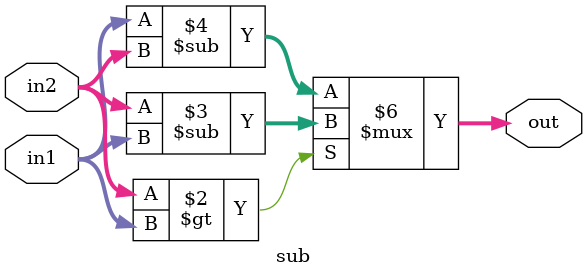
<source format=v>
module sub (in1,in2,out);
input [3:0] in1;
input [3:0] in2;
output reg[7:0] out;
always @*begin
    if(in2>in1)
        out=in2-in1;
    else 
        out=in1-in2;
end
    
endmodule
</source>
